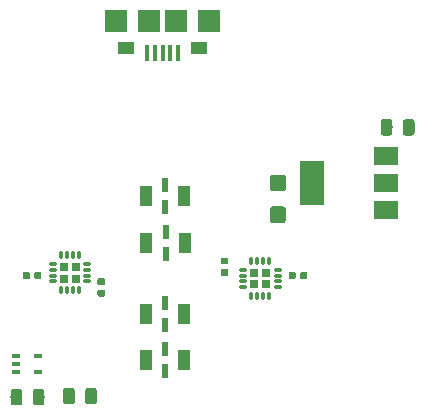
<source format=gtp>
G04 #@! TF.GenerationSoftware,KiCad,Pcbnew,(5.0.2)-1*
G04 #@! TF.CreationDate,2019-01-19T11:17:49+11:00*
G04 #@! TF.ProjectId,Filter_Bank_Dev_Rev_0,46696c74-6572-45f4-9261-6e6b5f446576,0*
G04 #@! TF.SameCoordinates,Original*
G04 #@! TF.FileFunction,Paste,Top*
G04 #@! TF.FilePolarity,Positive*
%FSLAX46Y46*%
G04 Gerber Fmt 4.6, Leading zero omitted, Abs format (unit mm)*
G04 Created by KiCad (PCBNEW (5.0.2)-1) date 19/01/2019 11:17:49*
%MOMM*%
%LPD*%
G01*
G04 APERTURE LIST*
%ADD10R,0.730000X0.730000*%
%ADD11O,0.300000X0.750000*%
%ADD12O,0.750000X0.300000*%
%ADD13R,1.040000X1.800000*%
%ADD14R,0.610000X1.245000*%
%ADD15C,0.100000*%
%ADD16C,0.975000*%
%ADD17C,0.590000*%
%ADD18C,1.350000*%
%ADD19R,1.900000X1.900000*%
%ADD20R,1.350000X1.000000*%
%ADD21R,0.400000X1.350000*%
%ADD22R,0.650000X0.400000*%
%ADD23R,2.000000X3.800000*%
%ADD24R,2.000000X1.500000*%
G04 APERTURE END LIST*
D10*
G04 #@! TO.C,U1*
X111650000Y-64250000D03*
X112650000Y-64250000D03*
X112650000Y-65250000D03*
X111650000Y-65250000D03*
D11*
X112900000Y-66225000D03*
X112400000Y-66225000D03*
X111900000Y-66225000D03*
X111400000Y-66225000D03*
D12*
X110675000Y-65500000D03*
X110675000Y-65000000D03*
X110675000Y-64500000D03*
X110675000Y-64000000D03*
D11*
X111400000Y-63275000D03*
X111900000Y-63275000D03*
X112400000Y-63275000D03*
X112900000Y-63275000D03*
D12*
X113625000Y-64000000D03*
X113625000Y-64500000D03*
X113625000Y-65000000D03*
X113625000Y-65500000D03*
G04 #@! TD*
D10*
G04 #@! TO.C,U4*
X128750000Y-65750000D03*
X127750000Y-65750000D03*
X127750000Y-64750000D03*
X128750000Y-64750000D03*
D11*
X127500000Y-63775000D03*
X128000000Y-63775000D03*
X128500000Y-63775000D03*
X129000000Y-63775000D03*
D12*
X129725000Y-64500000D03*
X129725000Y-65000000D03*
X129725000Y-65500000D03*
X129725000Y-66000000D03*
D11*
X129000000Y-66725000D03*
X128500000Y-66725000D03*
X128000000Y-66725000D03*
X127500000Y-66725000D03*
D12*
X126775000Y-66000000D03*
X126775000Y-65500000D03*
X126775000Y-65000000D03*
X126775000Y-64500000D03*
G04 #@! TD*
D13*
G04 #@! TO.C,FL1*
X121825000Y-72172500D03*
X118575000Y-72172500D03*
D14*
X120200000Y-71250000D03*
X120200000Y-73095000D03*
G04 #@! TD*
D13*
G04 #@! TO.C,FL2*
X121825000Y-68250000D03*
X118575000Y-68250000D03*
D14*
X120200000Y-67327500D03*
X120200000Y-69172500D03*
G04 #@! TD*
D13*
G04 #@! TO.C,FL3*
X121875000Y-62250000D03*
X118625000Y-62250000D03*
D14*
X120250000Y-61327500D03*
X120250000Y-63172500D03*
G04 #@! TD*
D13*
G04 #@! TO.C,FL4*
X121825000Y-58250000D03*
X118575000Y-58250000D03*
D14*
X120200000Y-57327500D03*
X120200000Y-59172500D03*
G04 #@! TD*
D15*
G04 #@! TO.C,C2*
G36*
X139230142Y-51751174D02*
X139253803Y-51754684D01*
X139277007Y-51760496D01*
X139299529Y-51768554D01*
X139321153Y-51778782D01*
X139341670Y-51791079D01*
X139360883Y-51805329D01*
X139378607Y-51821393D01*
X139394671Y-51839117D01*
X139408921Y-51858330D01*
X139421218Y-51878847D01*
X139431446Y-51900471D01*
X139439504Y-51922993D01*
X139445316Y-51946197D01*
X139448826Y-51969858D01*
X139450000Y-51993750D01*
X139450000Y-52906250D01*
X139448826Y-52930142D01*
X139445316Y-52953803D01*
X139439504Y-52977007D01*
X139431446Y-52999529D01*
X139421218Y-53021153D01*
X139408921Y-53041670D01*
X139394671Y-53060883D01*
X139378607Y-53078607D01*
X139360883Y-53094671D01*
X139341670Y-53108921D01*
X139321153Y-53121218D01*
X139299529Y-53131446D01*
X139277007Y-53139504D01*
X139253803Y-53145316D01*
X139230142Y-53148826D01*
X139206250Y-53150000D01*
X138718750Y-53150000D01*
X138694858Y-53148826D01*
X138671197Y-53145316D01*
X138647993Y-53139504D01*
X138625471Y-53131446D01*
X138603847Y-53121218D01*
X138583330Y-53108921D01*
X138564117Y-53094671D01*
X138546393Y-53078607D01*
X138530329Y-53060883D01*
X138516079Y-53041670D01*
X138503782Y-53021153D01*
X138493554Y-52999529D01*
X138485496Y-52977007D01*
X138479684Y-52953803D01*
X138476174Y-52930142D01*
X138475000Y-52906250D01*
X138475000Y-51993750D01*
X138476174Y-51969858D01*
X138479684Y-51946197D01*
X138485496Y-51922993D01*
X138493554Y-51900471D01*
X138503782Y-51878847D01*
X138516079Y-51858330D01*
X138530329Y-51839117D01*
X138546393Y-51821393D01*
X138564117Y-51805329D01*
X138583330Y-51791079D01*
X138603847Y-51778782D01*
X138625471Y-51768554D01*
X138647993Y-51760496D01*
X138671197Y-51754684D01*
X138694858Y-51751174D01*
X138718750Y-51750000D01*
X139206250Y-51750000D01*
X139230142Y-51751174D01*
X139230142Y-51751174D01*
G37*
D16*
X138962500Y-52450000D03*
D15*
G36*
X141105142Y-51751174D02*
X141128803Y-51754684D01*
X141152007Y-51760496D01*
X141174529Y-51768554D01*
X141196153Y-51778782D01*
X141216670Y-51791079D01*
X141235883Y-51805329D01*
X141253607Y-51821393D01*
X141269671Y-51839117D01*
X141283921Y-51858330D01*
X141296218Y-51878847D01*
X141306446Y-51900471D01*
X141314504Y-51922993D01*
X141320316Y-51946197D01*
X141323826Y-51969858D01*
X141325000Y-51993750D01*
X141325000Y-52906250D01*
X141323826Y-52930142D01*
X141320316Y-52953803D01*
X141314504Y-52977007D01*
X141306446Y-52999529D01*
X141296218Y-53021153D01*
X141283921Y-53041670D01*
X141269671Y-53060883D01*
X141253607Y-53078607D01*
X141235883Y-53094671D01*
X141216670Y-53108921D01*
X141196153Y-53121218D01*
X141174529Y-53131446D01*
X141152007Y-53139504D01*
X141128803Y-53145316D01*
X141105142Y-53148826D01*
X141081250Y-53150000D01*
X140593750Y-53150000D01*
X140569858Y-53148826D01*
X140546197Y-53145316D01*
X140522993Y-53139504D01*
X140500471Y-53131446D01*
X140478847Y-53121218D01*
X140458330Y-53108921D01*
X140439117Y-53094671D01*
X140421393Y-53078607D01*
X140405329Y-53060883D01*
X140391079Y-53041670D01*
X140378782Y-53021153D01*
X140368554Y-52999529D01*
X140360496Y-52977007D01*
X140354684Y-52953803D01*
X140351174Y-52930142D01*
X140350000Y-52906250D01*
X140350000Y-51993750D01*
X140351174Y-51969858D01*
X140354684Y-51946197D01*
X140360496Y-51922993D01*
X140368554Y-51900471D01*
X140378782Y-51878847D01*
X140391079Y-51858330D01*
X140405329Y-51839117D01*
X140421393Y-51821393D01*
X140439117Y-51805329D01*
X140458330Y-51791079D01*
X140478847Y-51778782D01*
X140500471Y-51768554D01*
X140522993Y-51760496D01*
X140546197Y-51754684D01*
X140569858Y-51751174D01*
X140593750Y-51750000D01*
X141081250Y-51750000D01*
X141105142Y-51751174D01*
X141105142Y-51751174D01*
G37*
D16*
X140837500Y-52450000D03*
G04 #@! TD*
D15*
G04 #@! TO.C,C3*
G36*
X125436958Y-63470710D02*
X125451276Y-63472834D01*
X125465317Y-63476351D01*
X125478946Y-63481228D01*
X125492031Y-63487417D01*
X125504447Y-63494858D01*
X125516073Y-63503481D01*
X125526798Y-63513202D01*
X125536519Y-63523927D01*
X125545142Y-63535553D01*
X125552583Y-63547969D01*
X125558772Y-63561054D01*
X125563649Y-63574683D01*
X125567166Y-63588724D01*
X125569290Y-63603042D01*
X125570000Y-63617500D01*
X125570000Y-63912500D01*
X125569290Y-63926958D01*
X125567166Y-63941276D01*
X125563649Y-63955317D01*
X125558772Y-63968946D01*
X125552583Y-63982031D01*
X125545142Y-63994447D01*
X125536519Y-64006073D01*
X125526798Y-64016798D01*
X125516073Y-64026519D01*
X125504447Y-64035142D01*
X125492031Y-64042583D01*
X125478946Y-64048772D01*
X125465317Y-64053649D01*
X125451276Y-64057166D01*
X125436958Y-64059290D01*
X125422500Y-64060000D01*
X125077500Y-64060000D01*
X125063042Y-64059290D01*
X125048724Y-64057166D01*
X125034683Y-64053649D01*
X125021054Y-64048772D01*
X125007969Y-64042583D01*
X124995553Y-64035142D01*
X124983927Y-64026519D01*
X124973202Y-64016798D01*
X124963481Y-64006073D01*
X124954858Y-63994447D01*
X124947417Y-63982031D01*
X124941228Y-63968946D01*
X124936351Y-63955317D01*
X124932834Y-63941276D01*
X124930710Y-63926958D01*
X124930000Y-63912500D01*
X124930000Y-63617500D01*
X124930710Y-63603042D01*
X124932834Y-63588724D01*
X124936351Y-63574683D01*
X124941228Y-63561054D01*
X124947417Y-63547969D01*
X124954858Y-63535553D01*
X124963481Y-63523927D01*
X124973202Y-63513202D01*
X124983927Y-63503481D01*
X124995553Y-63494858D01*
X125007969Y-63487417D01*
X125021054Y-63481228D01*
X125034683Y-63476351D01*
X125048724Y-63472834D01*
X125063042Y-63470710D01*
X125077500Y-63470000D01*
X125422500Y-63470000D01*
X125436958Y-63470710D01*
X125436958Y-63470710D01*
G37*
D17*
X125250000Y-63765000D03*
D15*
G36*
X125436958Y-64440710D02*
X125451276Y-64442834D01*
X125465317Y-64446351D01*
X125478946Y-64451228D01*
X125492031Y-64457417D01*
X125504447Y-64464858D01*
X125516073Y-64473481D01*
X125526798Y-64483202D01*
X125536519Y-64493927D01*
X125545142Y-64505553D01*
X125552583Y-64517969D01*
X125558772Y-64531054D01*
X125563649Y-64544683D01*
X125567166Y-64558724D01*
X125569290Y-64573042D01*
X125570000Y-64587500D01*
X125570000Y-64882500D01*
X125569290Y-64896958D01*
X125567166Y-64911276D01*
X125563649Y-64925317D01*
X125558772Y-64938946D01*
X125552583Y-64952031D01*
X125545142Y-64964447D01*
X125536519Y-64976073D01*
X125526798Y-64986798D01*
X125516073Y-64996519D01*
X125504447Y-65005142D01*
X125492031Y-65012583D01*
X125478946Y-65018772D01*
X125465317Y-65023649D01*
X125451276Y-65027166D01*
X125436958Y-65029290D01*
X125422500Y-65030000D01*
X125077500Y-65030000D01*
X125063042Y-65029290D01*
X125048724Y-65027166D01*
X125034683Y-65023649D01*
X125021054Y-65018772D01*
X125007969Y-65012583D01*
X124995553Y-65005142D01*
X124983927Y-64996519D01*
X124973202Y-64986798D01*
X124963481Y-64976073D01*
X124954858Y-64964447D01*
X124947417Y-64952031D01*
X124941228Y-64938946D01*
X124936351Y-64925317D01*
X124932834Y-64911276D01*
X124930710Y-64896958D01*
X124930000Y-64882500D01*
X124930000Y-64587500D01*
X124930710Y-64573042D01*
X124932834Y-64558724D01*
X124936351Y-64544683D01*
X124941228Y-64531054D01*
X124947417Y-64517969D01*
X124954858Y-64505553D01*
X124963481Y-64493927D01*
X124973202Y-64483202D01*
X124983927Y-64473481D01*
X124995553Y-64464858D01*
X125007969Y-64457417D01*
X125021054Y-64451228D01*
X125034683Y-64446351D01*
X125048724Y-64442834D01*
X125063042Y-64440710D01*
X125077500Y-64440000D01*
X125422500Y-64440000D01*
X125436958Y-64440710D01*
X125436958Y-64440710D01*
G37*
D17*
X125250000Y-64735000D03*
G04 #@! TD*
D15*
G04 #@! TO.C,C4*
G36*
X130199730Y-56451203D02*
X130223974Y-56454799D01*
X130247749Y-56460754D01*
X130270825Y-56469011D01*
X130292981Y-56479490D01*
X130314004Y-56492090D01*
X130333690Y-56506691D01*
X130351850Y-56523150D01*
X130368309Y-56541310D01*
X130382910Y-56560996D01*
X130395510Y-56582019D01*
X130405989Y-56604175D01*
X130414246Y-56627251D01*
X130420201Y-56651026D01*
X130423797Y-56675270D01*
X130425000Y-56699750D01*
X130425000Y-57600250D01*
X130423797Y-57624730D01*
X130420201Y-57648974D01*
X130414246Y-57672749D01*
X130405989Y-57695825D01*
X130395510Y-57717981D01*
X130382910Y-57739004D01*
X130368309Y-57758690D01*
X130351850Y-57776850D01*
X130333690Y-57793309D01*
X130314004Y-57807910D01*
X130292981Y-57820510D01*
X130270825Y-57830989D01*
X130247749Y-57839246D01*
X130223974Y-57845201D01*
X130199730Y-57848797D01*
X130175250Y-57850000D01*
X129324750Y-57850000D01*
X129300270Y-57848797D01*
X129276026Y-57845201D01*
X129252251Y-57839246D01*
X129229175Y-57830989D01*
X129207019Y-57820510D01*
X129185996Y-57807910D01*
X129166310Y-57793309D01*
X129148150Y-57776850D01*
X129131691Y-57758690D01*
X129117090Y-57739004D01*
X129104490Y-57717981D01*
X129094011Y-57695825D01*
X129085754Y-57672749D01*
X129079799Y-57648974D01*
X129076203Y-57624730D01*
X129075000Y-57600250D01*
X129075000Y-56699750D01*
X129076203Y-56675270D01*
X129079799Y-56651026D01*
X129085754Y-56627251D01*
X129094011Y-56604175D01*
X129104490Y-56582019D01*
X129117090Y-56560996D01*
X129131691Y-56541310D01*
X129148150Y-56523150D01*
X129166310Y-56506691D01*
X129185996Y-56492090D01*
X129207019Y-56479490D01*
X129229175Y-56469011D01*
X129252251Y-56460754D01*
X129276026Y-56454799D01*
X129300270Y-56451203D01*
X129324750Y-56450000D01*
X130175250Y-56450000D01*
X130199730Y-56451203D01*
X130199730Y-56451203D01*
G37*
D18*
X129750000Y-57150000D03*
D15*
G36*
X130199505Y-59151204D02*
X130223773Y-59154804D01*
X130247572Y-59160765D01*
X130270671Y-59169030D01*
X130292850Y-59179520D01*
X130313893Y-59192132D01*
X130333599Y-59206747D01*
X130351777Y-59223223D01*
X130368253Y-59241401D01*
X130382868Y-59261107D01*
X130395480Y-59282150D01*
X130405970Y-59304329D01*
X130414235Y-59327428D01*
X130420196Y-59351227D01*
X130423796Y-59375495D01*
X130425000Y-59399999D01*
X130425000Y-60300001D01*
X130423796Y-60324505D01*
X130420196Y-60348773D01*
X130414235Y-60372572D01*
X130405970Y-60395671D01*
X130395480Y-60417850D01*
X130382868Y-60438893D01*
X130368253Y-60458599D01*
X130351777Y-60476777D01*
X130333599Y-60493253D01*
X130313893Y-60507868D01*
X130292850Y-60520480D01*
X130270671Y-60530970D01*
X130247572Y-60539235D01*
X130223773Y-60545196D01*
X130199505Y-60548796D01*
X130175001Y-60550000D01*
X129324999Y-60550000D01*
X129300495Y-60548796D01*
X129276227Y-60545196D01*
X129252428Y-60539235D01*
X129229329Y-60530970D01*
X129207150Y-60520480D01*
X129186107Y-60507868D01*
X129166401Y-60493253D01*
X129148223Y-60476777D01*
X129131747Y-60458599D01*
X129117132Y-60438893D01*
X129104520Y-60417850D01*
X129094030Y-60395671D01*
X129085765Y-60372572D01*
X129079804Y-60348773D01*
X129076204Y-60324505D01*
X129075000Y-60300001D01*
X129075000Y-59399999D01*
X129076204Y-59375495D01*
X129079804Y-59351227D01*
X129085765Y-59327428D01*
X129094030Y-59304329D01*
X129104520Y-59282150D01*
X129117132Y-59261107D01*
X129131747Y-59241401D01*
X129148223Y-59223223D01*
X129166401Y-59206747D01*
X129186107Y-59192132D01*
X129207150Y-59179520D01*
X129229329Y-59169030D01*
X129252428Y-59160765D01*
X129276227Y-59154804D01*
X129300495Y-59151204D01*
X129324999Y-59150000D01*
X130175001Y-59150000D01*
X130199505Y-59151204D01*
X130199505Y-59151204D01*
G37*
D18*
X129750000Y-59850000D03*
G04 #@! TD*
D15*
G04 #@! TO.C,C5*
G36*
X114986958Y-65220710D02*
X115001276Y-65222834D01*
X115015317Y-65226351D01*
X115028946Y-65231228D01*
X115042031Y-65237417D01*
X115054447Y-65244858D01*
X115066073Y-65253481D01*
X115076798Y-65263202D01*
X115086519Y-65273927D01*
X115095142Y-65285553D01*
X115102583Y-65297969D01*
X115108772Y-65311054D01*
X115113649Y-65324683D01*
X115117166Y-65338724D01*
X115119290Y-65353042D01*
X115120000Y-65367500D01*
X115120000Y-65662500D01*
X115119290Y-65676958D01*
X115117166Y-65691276D01*
X115113649Y-65705317D01*
X115108772Y-65718946D01*
X115102583Y-65732031D01*
X115095142Y-65744447D01*
X115086519Y-65756073D01*
X115076798Y-65766798D01*
X115066073Y-65776519D01*
X115054447Y-65785142D01*
X115042031Y-65792583D01*
X115028946Y-65798772D01*
X115015317Y-65803649D01*
X115001276Y-65807166D01*
X114986958Y-65809290D01*
X114972500Y-65810000D01*
X114627500Y-65810000D01*
X114613042Y-65809290D01*
X114598724Y-65807166D01*
X114584683Y-65803649D01*
X114571054Y-65798772D01*
X114557969Y-65792583D01*
X114545553Y-65785142D01*
X114533927Y-65776519D01*
X114523202Y-65766798D01*
X114513481Y-65756073D01*
X114504858Y-65744447D01*
X114497417Y-65732031D01*
X114491228Y-65718946D01*
X114486351Y-65705317D01*
X114482834Y-65691276D01*
X114480710Y-65676958D01*
X114480000Y-65662500D01*
X114480000Y-65367500D01*
X114480710Y-65353042D01*
X114482834Y-65338724D01*
X114486351Y-65324683D01*
X114491228Y-65311054D01*
X114497417Y-65297969D01*
X114504858Y-65285553D01*
X114513481Y-65273927D01*
X114523202Y-65263202D01*
X114533927Y-65253481D01*
X114545553Y-65244858D01*
X114557969Y-65237417D01*
X114571054Y-65231228D01*
X114584683Y-65226351D01*
X114598724Y-65222834D01*
X114613042Y-65220710D01*
X114627500Y-65220000D01*
X114972500Y-65220000D01*
X114986958Y-65220710D01*
X114986958Y-65220710D01*
G37*
D17*
X114800000Y-65515000D03*
D15*
G36*
X114986958Y-66190710D02*
X115001276Y-66192834D01*
X115015317Y-66196351D01*
X115028946Y-66201228D01*
X115042031Y-66207417D01*
X115054447Y-66214858D01*
X115066073Y-66223481D01*
X115076798Y-66233202D01*
X115086519Y-66243927D01*
X115095142Y-66255553D01*
X115102583Y-66267969D01*
X115108772Y-66281054D01*
X115113649Y-66294683D01*
X115117166Y-66308724D01*
X115119290Y-66323042D01*
X115120000Y-66337500D01*
X115120000Y-66632500D01*
X115119290Y-66646958D01*
X115117166Y-66661276D01*
X115113649Y-66675317D01*
X115108772Y-66688946D01*
X115102583Y-66702031D01*
X115095142Y-66714447D01*
X115086519Y-66726073D01*
X115076798Y-66736798D01*
X115066073Y-66746519D01*
X115054447Y-66755142D01*
X115042031Y-66762583D01*
X115028946Y-66768772D01*
X115015317Y-66773649D01*
X115001276Y-66777166D01*
X114986958Y-66779290D01*
X114972500Y-66780000D01*
X114627500Y-66780000D01*
X114613042Y-66779290D01*
X114598724Y-66777166D01*
X114584683Y-66773649D01*
X114571054Y-66768772D01*
X114557969Y-66762583D01*
X114545553Y-66755142D01*
X114533927Y-66746519D01*
X114523202Y-66736798D01*
X114513481Y-66726073D01*
X114504858Y-66714447D01*
X114497417Y-66702031D01*
X114491228Y-66688946D01*
X114486351Y-66675317D01*
X114482834Y-66661276D01*
X114480710Y-66646958D01*
X114480000Y-66632500D01*
X114480000Y-66337500D01*
X114480710Y-66323042D01*
X114482834Y-66308724D01*
X114486351Y-66294683D01*
X114491228Y-66281054D01*
X114497417Y-66267969D01*
X114504858Y-66255553D01*
X114513481Y-66243927D01*
X114523202Y-66233202D01*
X114533927Y-66223481D01*
X114545553Y-66214858D01*
X114557969Y-66207417D01*
X114571054Y-66201228D01*
X114584683Y-66196351D01*
X114598724Y-66192834D01*
X114613042Y-66190710D01*
X114627500Y-66190000D01*
X114972500Y-66190000D01*
X114986958Y-66190710D01*
X114986958Y-66190710D01*
G37*
D17*
X114800000Y-66485000D03*
G04 #@! TD*
D19*
G04 #@! TO.C,J1*
X118850000Y-43450000D03*
X121150000Y-43450000D03*
X123950000Y-43450000D03*
X116050000Y-43450000D03*
D20*
X116900000Y-45700000D03*
X123100000Y-45700000D03*
D21*
X120000000Y-46125000D03*
X118700000Y-46125000D03*
X119350000Y-46125000D03*
X121300000Y-46125000D03*
X120650000Y-46125000D03*
G04 #@! TD*
D15*
G04 #@! TO.C,R1*
G36*
X109767642Y-74601174D02*
X109791303Y-74604684D01*
X109814507Y-74610496D01*
X109837029Y-74618554D01*
X109858653Y-74628782D01*
X109879170Y-74641079D01*
X109898383Y-74655329D01*
X109916107Y-74671393D01*
X109932171Y-74689117D01*
X109946421Y-74708330D01*
X109958718Y-74728847D01*
X109968946Y-74750471D01*
X109977004Y-74772993D01*
X109982816Y-74796197D01*
X109986326Y-74819858D01*
X109987500Y-74843750D01*
X109987500Y-75756250D01*
X109986326Y-75780142D01*
X109982816Y-75803803D01*
X109977004Y-75827007D01*
X109968946Y-75849529D01*
X109958718Y-75871153D01*
X109946421Y-75891670D01*
X109932171Y-75910883D01*
X109916107Y-75928607D01*
X109898383Y-75944671D01*
X109879170Y-75958921D01*
X109858653Y-75971218D01*
X109837029Y-75981446D01*
X109814507Y-75989504D01*
X109791303Y-75995316D01*
X109767642Y-75998826D01*
X109743750Y-76000000D01*
X109256250Y-76000000D01*
X109232358Y-75998826D01*
X109208697Y-75995316D01*
X109185493Y-75989504D01*
X109162971Y-75981446D01*
X109141347Y-75971218D01*
X109120830Y-75958921D01*
X109101617Y-75944671D01*
X109083893Y-75928607D01*
X109067829Y-75910883D01*
X109053579Y-75891670D01*
X109041282Y-75871153D01*
X109031054Y-75849529D01*
X109022996Y-75827007D01*
X109017184Y-75803803D01*
X109013674Y-75780142D01*
X109012500Y-75756250D01*
X109012500Y-74843750D01*
X109013674Y-74819858D01*
X109017184Y-74796197D01*
X109022996Y-74772993D01*
X109031054Y-74750471D01*
X109041282Y-74728847D01*
X109053579Y-74708330D01*
X109067829Y-74689117D01*
X109083893Y-74671393D01*
X109101617Y-74655329D01*
X109120830Y-74641079D01*
X109141347Y-74628782D01*
X109162971Y-74618554D01*
X109185493Y-74610496D01*
X109208697Y-74604684D01*
X109232358Y-74601174D01*
X109256250Y-74600000D01*
X109743750Y-74600000D01*
X109767642Y-74601174D01*
X109767642Y-74601174D01*
G37*
D16*
X109500000Y-75300000D03*
D15*
G36*
X107892642Y-74601174D02*
X107916303Y-74604684D01*
X107939507Y-74610496D01*
X107962029Y-74618554D01*
X107983653Y-74628782D01*
X108004170Y-74641079D01*
X108023383Y-74655329D01*
X108041107Y-74671393D01*
X108057171Y-74689117D01*
X108071421Y-74708330D01*
X108083718Y-74728847D01*
X108093946Y-74750471D01*
X108102004Y-74772993D01*
X108107816Y-74796197D01*
X108111326Y-74819858D01*
X108112500Y-74843750D01*
X108112500Y-75756250D01*
X108111326Y-75780142D01*
X108107816Y-75803803D01*
X108102004Y-75827007D01*
X108093946Y-75849529D01*
X108083718Y-75871153D01*
X108071421Y-75891670D01*
X108057171Y-75910883D01*
X108041107Y-75928607D01*
X108023383Y-75944671D01*
X108004170Y-75958921D01*
X107983653Y-75971218D01*
X107962029Y-75981446D01*
X107939507Y-75989504D01*
X107916303Y-75995316D01*
X107892642Y-75998826D01*
X107868750Y-76000000D01*
X107381250Y-76000000D01*
X107357358Y-75998826D01*
X107333697Y-75995316D01*
X107310493Y-75989504D01*
X107287971Y-75981446D01*
X107266347Y-75971218D01*
X107245830Y-75958921D01*
X107226617Y-75944671D01*
X107208893Y-75928607D01*
X107192829Y-75910883D01*
X107178579Y-75891670D01*
X107166282Y-75871153D01*
X107156054Y-75849529D01*
X107147996Y-75827007D01*
X107142184Y-75803803D01*
X107138674Y-75780142D01*
X107137500Y-75756250D01*
X107137500Y-74843750D01*
X107138674Y-74819858D01*
X107142184Y-74796197D01*
X107147996Y-74772993D01*
X107156054Y-74750471D01*
X107166282Y-74728847D01*
X107178579Y-74708330D01*
X107192829Y-74689117D01*
X107208893Y-74671393D01*
X107226617Y-74655329D01*
X107245830Y-74641079D01*
X107266347Y-74628782D01*
X107287971Y-74618554D01*
X107310493Y-74610496D01*
X107333697Y-74604684D01*
X107357358Y-74601174D01*
X107381250Y-74600000D01*
X107868750Y-74600000D01*
X107892642Y-74601174D01*
X107892642Y-74601174D01*
G37*
D16*
X107625000Y-75300000D03*
G04 #@! TD*
D15*
G04 #@! TO.C,R2*
G36*
X114205142Y-74501174D02*
X114228803Y-74504684D01*
X114252007Y-74510496D01*
X114274529Y-74518554D01*
X114296153Y-74528782D01*
X114316670Y-74541079D01*
X114335883Y-74555329D01*
X114353607Y-74571393D01*
X114369671Y-74589117D01*
X114383921Y-74608330D01*
X114396218Y-74628847D01*
X114406446Y-74650471D01*
X114414504Y-74672993D01*
X114420316Y-74696197D01*
X114423826Y-74719858D01*
X114425000Y-74743750D01*
X114425000Y-75656250D01*
X114423826Y-75680142D01*
X114420316Y-75703803D01*
X114414504Y-75727007D01*
X114406446Y-75749529D01*
X114396218Y-75771153D01*
X114383921Y-75791670D01*
X114369671Y-75810883D01*
X114353607Y-75828607D01*
X114335883Y-75844671D01*
X114316670Y-75858921D01*
X114296153Y-75871218D01*
X114274529Y-75881446D01*
X114252007Y-75889504D01*
X114228803Y-75895316D01*
X114205142Y-75898826D01*
X114181250Y-75900000D01*
X113693750Y-75900000D01*
X113669858Y-75898826D01*
X113646197Y-75895316D01*
X113622993Y-75889504D01*
X113600471Y-75881446D01*
X113578847Y-75871218D01*
X113558330Y-75858921D01*
X113539117Y-75844671D01*
X113521393Y-75828607D01*
X113505329Y-75810883D01*
X113491079Y-75791670D01*
X113478782Y-75771153D01*
X113468554Y-75749529D01*
X113460496Y-75727007D01*
X113454684Y-75703803D01*
X113451174Y-75680142D01*
X113450000Y-75656250D01*
X113450000Y-74743750D01*
X113451174Y-74719858D01*
X113454684Y-74696197D01*
X113460496Y-74672993D01*
X113468554Y-74650471D01*
X113478782Y-74628847D01*
X113491079Y-74608330D01*
X113505329Y-74589117D01*
X113521393Y-74571393D01*
X113539117Y-74555329D01*
X113558330Y-74541079D01*
X113578847Y-74528782D01*
X113600471Y-74518554D01*
X113622993Y-74510496D01*
X113646197Y-74504684D01*
X113669858Y-74501174D01*
X113693750Y-74500000D01*
X114181250Y-74500000D01*
X114205142Y-74501174D01*
X114205142Y-74501174D01*
G37*
D16*
X113937500Y-75200000D03*
D15*
G36*
X112330142Y-74501174D02*
X112353803Y-74504684D01*
X112377007Y-74510496D01*
X112399529Y-74518554D01*
X112421153Y-74528782D01*
X112441670Y-74541079D01*
X112460883Y-74555329D01*
X112478607Y-74571393D01*
X112494671Y-74589117D01*
X112508921Y-74608330D01*
X112521218Y-74628847D01*
X112531446Y-74650471D01*
X112539504Y-74672993D01*
X112545316Y-74696197D01*
X112548826Y-74719858D01*
X112550000Y-74743750D01*
X112550000Y-75656250D01*
X112548826Y-75680142D01*
X112545316Y-75703803D01*
X112539504Y-75727007D01*
X112531446Y-75749529D01*
X112521218Y-75771153D01*
X112508921Y-75791670D01*
X112494671Y-75810883D01*
X112478607Y-75828607D01*
X112460883Y-75844671D01*
X112441670Y-75858921D01*
X112421153Y-75871218D01*
X112399529Y-75881446D01*
X112377007Y-75889504D01*
X112353803Y-75895316D01*
X112330142Y-75898826D01*
X112306250Y-75900000D01*
X111818750Y-75900000D01*
X111794858Y-75898826D01*
X111771197Y-75895316D01*
X111747993Y-75889504D01*
X111725471Y-75881446D01*
X111703847Y-75871218D01*
X111683330Y-75858921D01*
X111664117Y-75844671D01*
X111646393Y-75828607D01*
X111630329Y-75810883D01*
X111616079Y-75791670D01*
X111603782Y-75771153D01*
X111593554Y-75749529D01*
X111585496Y-75727007D01*
X111579684Y-75703803D01*
X111576174Y-75680142D01*
X111575000Y-75656250D01*
X111575000Y-74743750D01*
X111576174Y-74719858D01*
X111579684Y-74696197D01*
X111585496Y-74672993D01*
X111593554Y-74650471D01*
X111603782Y-74628847D01*
X111616079Y-74608330D01*
X111630329Y-74589117D01*
X111646393Y-74571393D01*
X111664117Y-74555329D01*
X111683330Y-74541079D01*
X111703847Y-74528782D01*
X111725471Y-74518554D01*
X111747993Y-74510496D01*
X111771197Y-74504684D01*
X111794858Y-74501174D01*
X111818750Y-74500000D01*
X112306250Y-74500000D01*
X112330142Y-74501174D01*
X112330142Y-74501174D01*
G37*
D16*
X112062500Y-75200000D03*
G04 #@! TD*
D22*
G04 #@! TO.C,U2*
X107550000Y-71850000D03*
X107550000Y-73150000D03*
X107550000Y-72500000D03*
X109450000Y-73150000D03*
X109450000Y-71850000D03*
G04 #@! TD*
D23*
G04 #@! TO.C,U3*
X132650000Y-57150000D03*
D24*
X138950000Y-57150000D03*
X138950000Y-54850000D03*
X138950000Y-59450000D03*
G04 #@! TD*
D15*
G04 #@! TO.C,C1*
G36*
X108626958Y-64680710D02*
X108641276Y-64682834D01*
X108655317Y-64686351D01*
X108668946Y-64691228D01*
X108682031Y-64697417D01*
X108694447Y-64704858D01*
X108706073Y-64713481D01*
X108716798Y-64723202D01*
X108726519Y-64733927D01*
X108735142Y-64745553D01*
X108742583Y-64757969D01*
X108748772Y-64771054D01*
X108753649Y-64784683D01*
X108757166Y-64798724D01*
X108759290Y-64813042D01*
X108760000Y-64827500D01*
X108760000Y-65172500D01*
X108759290Y-65186958D01*
X108757166Y-65201276D01*
X108753649Y-65215317D01*
X108748772Y-65228946D01*
X108742583Y-65242031D01*
X108735142Y-65254447D01*
X108726519Y-65266073D01*
X108716798Y-65276798D01*
X108706073Y-65286519D01*
X108694447Y-65295142D01*
X108682031Y-65302583D01*
X108668946Y-65308772D01*
X108655317Y-65313649D01*
X108641276Y-65317166D01*
X108626958Y-65319290D01*
X108612500Y-65320000D01*
X108317500Y-65320000D01*
X108303042Y-65319290D01*
X108288724Y-65317166D01*
X108274683Y-65313649D01*
X108261054Y-65308772D01*
X108247969Y-65302583D01*
X108235553Y-65295142D01*
X108223927Y-65286519D01*
X108213202Y-65276798D01*
X108203481Y-65266073D01*
X108194858Y-65254447D01*
X108187417Y-65242031D01*
X108181228Y-65228946D01*
X108176351Y-65215317D01*
X108172834Y-65201276D01*
X108170710Y-65186958D01*
X108170000Y-65172500D01*
X108170000Y-64827500D01*
X108170710Y-64813042D01*
X108172834Y-64798724D01*
X108176351Y-64784683D01*
X108181228Y-64771054D01*
X108187417Y-64757969D01*
X108194858Y-64745553D01*
X108203481Y-64733927D01*
X108213202Y-64723202D01*
X108223927Y-64713481D01*
X108235553Y-64704858D01*
X108247969Y-64697417D01*
X108261054Y-64691228D01*
X108274683Y-64686351D01*
X108288724Y-64682834D01*
X108303042Y-64680710D01*
X108317500Y-64680000D01*
X108612500Y-64680000D01*
X108626958Y-64680710D01*
X108626958Y-64680710D01*
G37*
D17*
X108465000Y-65000000D03*
D15*
G36*
X109596958Y-64680710D02*
X109611276Y-64682834D01*
X109625317Y-64686351D01*
X109638946Y-64691228D01*
X109652031Y-64697417D01*
X109664447Y-64704858D01*
X109676073Y-64713481D01*
X109686798Y-64723202D01*
X109696519Y-64733927D01*
X109705142Y-64745553D01*
X109712583Y-64757969D01*
X109718772Y-64771054D01*
X109723649Y-64784683D01*
X109727166Y-64798724D01*
X109729290Y-64813042D01*
X109730000Y-64827500D01*
X109730000Y-65172500D01*
X109729290Y-65186958D01*
X109727166Y-65201276D01*
X109723649Y-65215317D01*
X109718772Y-65228946D01*
X109712583Y-65242031D01*
X109705142Y-65254447D01*
X109696519Y-65266073D01*
X109686798Y-65276798D01*
X109676073Y-65286519D01*
X109664447Y-65295142D01*
X109652031Y-65302583D01*
X109638946Y-65308772D01*
X109625317Y-65313649D01*
X109611276Y-65317166D01*
X109596958Y-65319290D01*
X109582500Y-65320000D01*
X109287500Y-65320000D01*
X109273042Y-65319290D01*
X109258724Y-65317166D01*
X109244683Y-65313649D01*
X109231054Y-65308772D01*
X109217969Y-65302583D01*
X109205553Y-65295142D01*
X109193927Y-65286519D01*
X109183202Y-65276798D01*
X109173481Y-65266073D01*
X109164858Y-65254447D01*
X109157417Y-65242031D01*
X109151228Y-65228946D01*
X109146351Y-65215317D01*
X109142834Y-65201276D01*
X109140710Y-65186958D01*
X109140000Y-65172500D01*
X109140000Y-64827500D01*
X109140710Y-64813042D01*
X109142834Y-64798724D01*
X109146351Y-64784683D01*
X109151228Y-64771054D01*
X109157417Y-64757969D01*
X109164858Y-64745553D01*
X109173481Y-64733927D01*
X109183202Y-64723202D01*
X109193927Y-64713481D01*
X109205553Y-64704858D01*
X109217969Y-64697417D01*
X109231054Y-64691228D01*
X109244683Y-64686351D01*
X109258724Y-64682834D01*
X109273042Y-64680710D01*
X109287500Y-64680000D01*
X109582500Y-64680000D01*
X109596958Y-64680710D01*
X109596958Y-64680710D01*
G37*
D17*
X109435000Y-65000000D03*
G04 #@! TD*
D15*
G04 #@! TO.C,C6*
G36*
X132096958Y-64680710D02*
X132111276Y-64682834D01*
X132125317Y-64686351D01*
X132138946Y-64691228D01*
X132152031Y-64697417D01*
X132164447Y-64704858D01*
X132176073Y-64713481D01*
X132186798Y-64723202D01*
X132196519Y-64733927D01*
X132205142Y-64745553D01*
X132212583Y-64757969D01*
X132218772Y-64771054D01*
X132223649Y-64784683D01*
X132227166Y-64798724D01*
X132229290Y-64813042D01*
X132230000Y-64827500D01*
X132230000Y-65172500D01*
X132229290Y-65186958D01*
X132227166Y-65201276D01*
X132223649Y-65215317D01*
X132218772Y-65228946D01*
X132212583Y-65242031D01*
X132205142Y-65254447D01*
X132196519Y-65266073D01*
X132186798Y-65276798D01*
X132176073Y-65286519D01*
X132164447Y-65295142D01*
X132152031Y-65302583D01*
X132138946Y-65308772D01*
X132125317Y-65313649D01*
X132111276Y-65317166D01*
X132096958Y-65319290D01*
X132082500Y-65320000D01*
X131787500Y-65320000D01*
X131773042Y-65319290D01*
X131758724Y-65317166D01*
X131744683Y-65313649D01*
X131731054Y-65308772D01*
X131717969Y-65302583D01*
X131705553Y-65295142D01*
X131693927Y-65286519D01*
X131683202Y-65276798D01*
X131673481Y-65266073D01*
X131664858Y-65254447D01*
X131657417Y-65242031D01*
X131651228Y-65228946D01*
X131646351Y-65215317D01*
X131642834Y-65201276D01*
X131640710Y-65186958D01*
X131640000Y-65172500D01*
X131640000Y-64827500D01*
X131640710Y-64813042D01*
X131642834Y-64798724D01*
X131646351Y-64784683D01*
X131651228Y-64771054D01*
X131657417Y-64757969D01*
X131664858Y-64745553D01*
X131673481Y-64733927D01*
X131683202Y-64723202D01*
X131693927Y-64713481D01*
X131705553Y-64704858D01*
X131717969Y-64697417D01*
X131731054Y-64691228D01*
X131744683Y-64686351D01*
X131758724Y-64682834D01*
X131773042Y-64680710D01*
X131787500Y-64680000D01*
X132082500Y-64680000D01*
X132096958Y-64680710D01*
X132096958Y-64680710D01*
G37*
D17*
X131935000Y-65000000D03*
D15*
G36*
X131126958Y-64680710D02*
X131141276Y-64682834D01*
X131155317Y-64686351D01*
X131168946Y-64691228D01*
X131182031Y-64697417D01*
X131194447Y-64704858D01*
X131206073Y-64713481D01*
X131216798Y-64723202D01*
X131226519Y-64733927D01*
X131235142Y-64745553D01*
X131242583Y-64757969D01*
X131248772Y-64771054D01*
X131253649Y-64784683D01*
X131257166Y-64798724D01*
X131259290Y-64813042D01*
X131260000Y-64827500D01*
X131260000Y-65172500D01*
X131259290Y-65186958D01*
X131257166Y-65201276D01*
X131253649Y-65215317D01*
X131248772Y-65228946D01*
X131242583Y-65242031D01*
X131235142Y-65254447D01*
X131226519Y-65266073D01*
X131216798Y-65276798D01*
X131206073Y-65286519D01*
X131194447Y-65295142D01*
X131182031Y-65302583D01*
X131168946Y-65308772D01*
X131155317Y-65313649D01*
X131141276Y-65317166D01*
X131126958Y-65319290D01*
X131112500Y-65320000D01*
X130817500Y-65320000D01*
X130803042Y-65319290D01*
X130788724Y-65317166D01*
X130774683Y-65313649D01*
X130761054Y-65308772D01*
X130747969Y-65302583D01*
X130735553Y-65295142D01*
X130723927Y-65286519D01*
X130713202Y-65276798D01*
X130703481Y-65266073D01*
X130694858Y-65254447D01*
X130687417Y-65242031D01*
X130681228Y-65228946D01*
X130676351Y-65215317D01*
X130672834Y-65201276D01*
X130670710Y-65186958D01*
X130670000Y-65172500D01*
X130670000Y-64827500D01*
X130670710Y-64813042D01*
X130672834Y-64798724D01*
X130676351Y-64784683D01*
X130681228Y-64771054D01*
X130687417Y-64757969D01*
X130694858Y-64745553D01*
X130703481Y-64733927D01*
X130713202Y-64723202D01*
X130723927Y-64713481D01*
X130735553Y-64704858D01*
X130747969Y-64697417D01*
X130761054Y-64691228D01*
X130774683Y-64686351D01*
X130788724Y-64682834D01*
X130803042Y-64680710D01*
X130817500Y-64680000D01*
X131112500Y-64680000D01*
X131126958Y-64680710D01*
X131126958Y-64680710D01*
G37*
D17*
X130965000Y-65000000D03*
G04 #@! TD*
M02*

</source>
